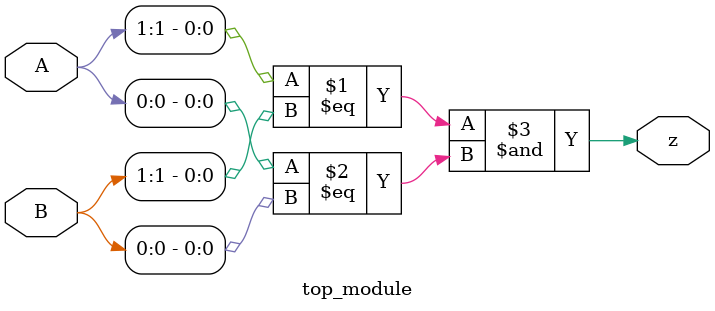
<source format=v>
module top_module(	// file.cleaned.mlir:2:3
  input  [1:0] A,	// file.cleaned.mlir:2:28
               B,	// file.cleaned.mlir:2:40
  output       z	// file.cleaned.mlir:2:53
);

  assign z = A[1] == B[1] & A[0] == B[0];	// file.cleaned.mlir:3:10, :4:10, :5:10, :6:10, :7:10, :8:10, :9:10, :10:5
endmodule


</source>
